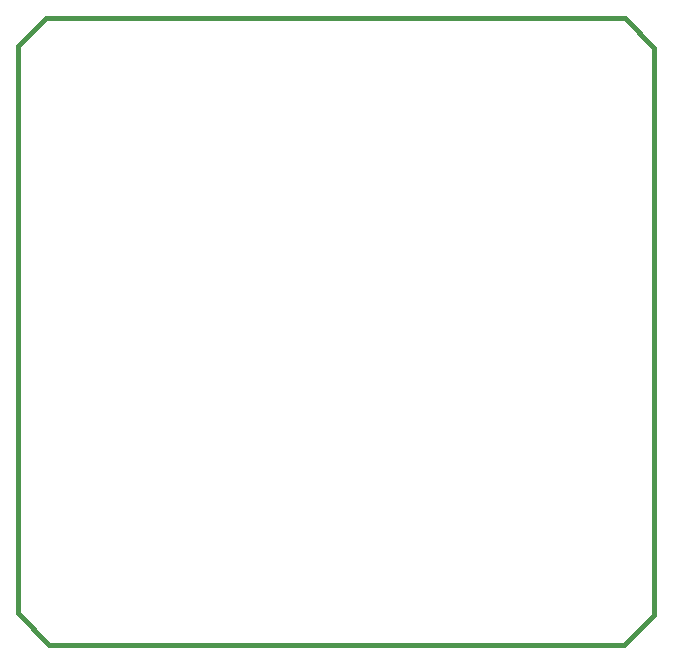
<source format=gko>
G04*
G04 #@! TF.GenerationSoftware,Altium Limited,Altium Designer,18.1.6 (161)*
G04*
G04 Layer_Color=16711935*
%FSTAX24Y24*%
%MOIN*%
G70*
G01*
G75*
%ADD52C,0.0150*%
D52*
X028904Y019341D02*
X048076Y019343D01*
X027874Y020394D02*
X028904Y019341D01*
X028806Y04023D02*
X048097D01*
X048076Y019343D02*
X049081Y020348D01*
X049081Y039246D02*
X049081Y020348D01*
X027874Y039299D02*
X028806Y04023D01*
X027874Y020394D02*
Y039299D01*
X048097Y04023D02*
X049081Y039246D01*
M02*

</source>
